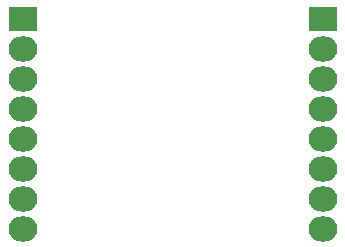
<source format=gbr>
G04 #@! TF.FileFunction,Soldermask,Bot*
%FSLAX46Y46*%
G04 Gerber Fmt 4.6, Leading zero omitted, Abs format (unit mm)*
G04 Created by KiCad (PCBNEW 4.0.2-stable) date Tuesday, July 26, 2016 'PMt' 11:39:25 PM*
%MOMM*%
G01*
G04 APERTURE LIST*
%ADD10C,0.100000*%
%ADD11R,2.432000X2.127200*%
%ADD12O,2.432000X2.127200*%
G04 APERTURE END LIST*
D10*
D11*
X142240000Y-104140000D03*
D12*
X142240000Y-106680000D03*
X142240000Y-109220000D03*
X142240000Y-111760000D03*
X142240000Y-114300000D03*
X142240000Y-116840000D03*
X142240000Y-119380000D03*
X142240000Y-121920000D03*
D11*
X167640000Y-104140000D03*
D12*
X167640000Y-106680000D03*
X167640000Y-109220000D03*
X167640000Y-111760000D03*
X167640000Y-114300000D03*
X167640000Y-116840000D03*
X167640000Y-119380000D03*
X167640000Y-121920000D03*
M02*

</source>
